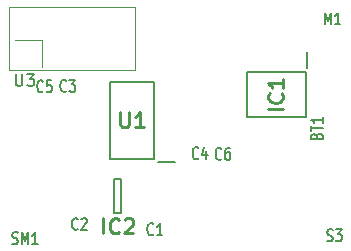
<source format=gbr>
%TF.GenerationSoftware,KiCad,Pcbnew,7.0.5*%
%TF.CreationDate,2024-01-14T18:06:27+01:00*%
%TF.ProjectId,rc_hotwheels,72635f68-6f74-4776-9865-656c732e6b69,rev?*%
%TF.SameCoordinates,Original*%
%TF.FileFunction,Legend,Top*%
%TF.FilePolarity,Positive*%
%FSLAX46Y46*%
G04 Gerber Fmt 4.6, Leading zero omitted, Abs format (unit mm)*
G04 Created by KiCad (PCBNEW 7.0.5) date 2024-01-14 18:06:27*
%MOMM*%
%LPD*%
G01*
G04 APERTURE LIST*
%ADD10C,0.160000*%
%ADD11C,0.150000*%
%ADD12C,0.254000*%
%ADD13C,0.120000*%
%ADD14C,0.200000*%
G04 APERTURE END LIST*
D10*
%TO.C,C6*%
X76600067Y-47064060D02*
X76561971Y-47111680D01*
X76561971Y-47111680D02*
X76447686Y-47159299D01*
X76447686Y-47159299D02*
X76371495Y-47159299D01*
X76371495Y-47159299D02*
X76257209Y-47111680D01*
X76257209Y-47111680D02*
X76181019Y-47016441D01*
X76181019Y-47016441D02*
X76142924Y-46921203D01*
X76142924Y-46921203D02*
X76104828Y-46730727D01*
X76104828Y-46730727D02*
X76104828Y-46587870D01*
X76104828Y-46587870D02*
X76142924Y-46397394D01*
X76142924Y-46397394D02*
X76181019Y-46302156D01*
X76181019Y-46302156D02*
X76257209Y-46206918D01*
X76257209Y-46206918D02*
X76371495Y-46159299D01*
X76371495Y-46159299D02*
X76447686Y-46159299D01*
X76447686Y-46159299D02*
X76561971Y-46206918D01*
X76561971Y-46206918D02*
X76600067Y-46254537D01*
X77285781Y-46159299D02*
X77133400Y-46159299D01*
X77133400Y-46159299D02*
X77057209Y-46206918D01*
X77057209Y-46206918D02*
X77019114Y-46254537D01*
X77019114Y-46254537D02*
X76942924Y-46397394D01*
X76942924Y-46397394D02*
X76904828Y-46587870D01*
X76904828Y-46587870D02*
X76904828Y-46968822D01*
X76904828Y-46968822D02*
X76942924Y-47064060D01*
X76942924Y-47064060D02*
X76981019Y-47111680D01*
X76981019Y-47111680D02*
X77057209Y-47159299D01*
X77057209Y-47159299D02*
X77209590Y-47159299D01*
X77209590Y-47159299D02*
X77285781Y-47111680D01*
X77285781Y-47111680D02*
X77323876Y-47064060D01*
X77323876Y-47064060D02*
X77361971Y-46968822D01*
X77361971Y-46968822D02*
X77361971Y-46730727D01*
X77361971Y-46730727D02*
X77323876Y-46635489D01*
X77323876Y-46635489D02*
X77285781Y-46587870D01*
X77285781Y-46587870D02*
X77209590Y-46540251D01*
X77209590Y-46540251D02*
X77057209Y-46540251D01*
X77057209Y-46540251D02*
X76981019Y-46587870D01*
X76981019Y-46587870D02*
X76942924Y-46635489D01*
X76942924Y-46635489D02*
X76904828Y-46730727D01*
%TO.C,C5*%
X61487067Y-41351860D02*
X61448971Y-41399480D01*
X61448971Y-41399480D02*
X61334686Y-41447099D01*
X61334686Y-41447099D02*
X61258495Y-41447099D01*
X61258495Y-41447099D02*
X61144209Y-41399480D01*
X61144209Y-41399480D02*
X61068019Y-41304241D01*
X61068019Y-41304241D02*
X61029924Y-41209003D01*
X61029924Y-41209003D02*
X60991828Y-41018527D01*
X60991828Y-41018527D02*
X60991828Y-40875670D01*
X60991828Y-40875670D02*
X61029924Y-40685194D01*
X61029924Y-40685194D02*
X61068019Y-40589956D01*
X61068019Y-40589956D02*
X61144209Y-40494718D01*
X61144209Y-40494718D02*
X61258495Y-40447099D01*
X61258495Y-40447099D02*
X61334686Y-40447099D01*
X61334686Y-40447099D02*
X61448971Y-40494718D01*
X61448971Y-40494718D02*
X61487067Y-40542337D01*
X62210876Y-40447099D02*
X61829924Y-40447099D01*
X61829924Y-40447099D02*
X61791828Y-40923289D01*
X61791828Y-40923289D02*
X61829924Y-40875670D01*
X61829924Y-40875670D02*
X61906114Y-40828051D01*
X61906114Y-40828051D02*
X62096590Y-40828051D01*
X62096590Y-40828051D02*
X62172781Y-40875670D01*
X62172781Y-40875670D02*
X62210876Y-40923289D01*
X62210876Y-40923289D02*
X62248971Y-41018527D01*
X62248971Y-41018527D02*
X62248971Y-41256622D01*
X62248971Y-41256622D02*
X62210876Y-41351860D01*
X62210876Y-41351860D02*
X62172781Y-41399480D01*
X62172781Y-41399480D02*
X62096590Y-41447099D01*
X62096590Y-41447099D02*
X61906114Y-41447099D01*
X61906114Y-41447099D02*
X61829924Y-41399480D01*
X61829924Y-41399480D02*
X61791828Y-41351860D01*
%TO.C,C1*%
X70834267Y-53445060D02*
X70796171Y-53492680D01*
X70796171Y-53492680D02*
X70681886Y-53540299D01*
X70681886Y-53540299D02*
X70605695Y-53540299D01*
X70605695Y-53540299D02*
X70491409Y-53492680D01*
X70491409Y-53492680D02*
X70415219Y-53397441D01*
X70415219Y-53397441D02*
X70377124Y-53302203D01*
X70377124Y-53302203D02*
X70339028Y-53111727D01*
X70339028Y-53111727D02*
X70339028Y-52968870D01*
X70339028Y-52968870D02*
X70377124Y-52778394D01*
X70377124Y-52778394D02*
X70415219Y-52683156D01*
X70415219Y-52683156D02*
X70491409Y-52587918D01*
X70491409Y-52587918D02*
X70605695Y-52540299D01*
X70605695Y-52540299D02*
X70681886Y-52540299D01*
X70681886Y-52540299D02*
X70796171Y-52587918D01*
X70796171Y-52587918D02*
X70834267Y-52635537D01*
X71596171Y-53540299D02*
X71139028Y-53540299D01*
X71367600Y-53540299D02*
X71367600Y-52540299D01*
X71367600Y-52540299D02*
X71291409Y-52683156D01*
X71291409Y-52683156D02*
X71215219Y-52778394D01*
X71215219Y-52778394D02*
X71139028Y-52826013D01*
%TO.C,SM1*%
X58907993Y-54254594D02*
X59022279Y-54302213D01*
X59022279Y-54302213D02*
X59212755Y-54302213D01*
X59212755Y-54302213D02*
X59288946Y-54254594D01*
X59288946Y-54254594D02*
X59327041Y-54206974D01*
X59327041Y-54206974D02*
X59365136Y-54111736D01*
X59365136Y-54111736D02*
X59365136Y-54016498D01*
X59365136Y-54016498D02*
X59327041Y-53921260D01*
X59327041Y-53921260D02*
X59288946Y-53873641D01*
X59288946Y-53873641D02*
X59212755Y-53826022D01*
X59212755Y-53826022D02*
X59060374Y-53778403D01*
X59060374Y-53778403D02*
X58984184Y-53730784D01*
X58984184Y-53730784D02*
X58946089Y-53683165D01*
X58946089Y-53683165D02*
X58907993Y-53587927D01*
X58907993Y-53587927D02*
X58907993Y-53492689D01*
X58907993Y-53492689D02*
X58946089Y-53397451D01*
X58946089Y-53397451D02*
X58984184Y-53349832D01*
X58984184Y-53349832D02*
X59060374Y-53302213D01*
X59060374Y-53302213D02*
X59250851Y-53302213D01*
X59250851Y-53302213D02*
X59365136Y-53349832D01*
X59707994Y-54302213D02*
X59707994Y-53302213D01*
X59707994Y-53302213D02*
X59974660Y-54016498D01*
X59974660Y-54016498D02*
X60241327Y-53302213D01*
X60241327Y-53302213D02*
X60241327Y-54302213D01*
X61041327Y-54302213D02*
X60584184Y-54302213D01*
X60812756Y-54302213D02*
X60812756Y-53302213D01*
X60812756Y-53302213D02*
X60736565Y-53445070D01*
X60736565Y-53445070D02*
X60660375Y-53540308D01*
X60660375Y-53540308D02*
X60584184Y-53587927D01*
%TO.C,C2*%
X64433467Y-53013260D02*
X64395371Y-53060880D01*
X64395371Y-53060880D02*
X64281086Y-53108499D01*
X64281086Y-53108499D02*
X64204895Y-53108499D01*
X64204895Y-53108499D02*
X64090609Y-53060880D01*
X64090609Y-53060880D02*
X64014419Y-52965641D01*
X64014419Y-52965641D02*
X63976324Y-52870403D01*
X63976324Y-52870403D02*
X63938228Y-52679927D01*
X63938228Y-52679927D02*
X63938228Y-52537070D01*
X63938228Y-52537070D02*
X63976324Y-52346594D01*
X63976324Y-52346594D02*
X64014419Y-52251356D01*
X64014419Y-52251356D02*
X64090609Y-52156118D01*
X64090609Y-52156118D02*
X64204895Y-52108499D01*
X64204895Y-52108499D02*
X64281086Y-52108499D01*
X64281086Y-52108499D02*
X64395371Y-52156118D01*
X64395371Y-52156118D02*
X64433467Y-52203737D01*
X64738228Y-52203737D02*
X64776324Y-52156118D01*
X64776324Y-52156118D02*
X64852514Y-52108499D01*
X64852514Y-52108499D02*
X65042990Y-52108499D01*
X65042990Y-52108499D02*
X65119181Y-52156118D01*
X65119181Y-52156118D02*
X65157276Y-52203737D01*
X65157276Y-52203737D02*
X65195371Y-52298975D01*
X65195371Y-52298975D02*
X65195371Y-52394213D01*
X65195371Y-52394213D02*
X65157276Y-52537070D01*
X65157276Y-52537070D02*
X64700133Y-53108499D01*
X64700133Y-53108499D02*
X65195371Y-53108499D01*
%TO.C,M1*%
X85342381Y-35704299D02*
X85342381Y-34704299D01*
X85342381Y-34704299D02*
X85609047Y-35418584D01*
X85609047Y-35418584D02*
X85875714Y-34704299D01*
X85875714Y-34704299D02*
X85875714Y-35704299D01*
X86675714Y-35704299D02*
X86218571Y-35704299D01*
X86447143Y-35704299D02*
X86447143Y-34704299D01*
X86447143Y-34704299D02*
X86370952Y-34847156D01*
X86370952Y-34847156D02*
X86294762Y-34942394D01*
X86294762Y-34942394D02*
X86218571Y-34990013D01*
%TO.C,BT1*%
X84658094Y-45142073D02*
X84705713Y-45027787D01*
X84705713Y-45027787D02*
X84753332Y-44989692D01*
X84753332Y-44989692D02*
X84848570Y-44951596D01*
X84848570Y-44951596D02*
X84991427Y-44951596D01*
X84991427Y-44951596D02*
X85086665Y-44989692D01*
X85086665Y-44989692D02*
X85134285Y-45027787D01*
X85134285Y-45027787D02*
X85181904Y-45103977D01*
X85181904Y-45103977D02*
X85181904Y-45408739D01*
X85181904Y-45408739D02*
X84181904Y-45408739D01*
X84181904Y-45408739D02*
X84181904Y-45142073D01*
X84181904Y-45142073D02*
X84229523Y-45065882D01*
X84229523Y-45065882D02*
X84277142Y-45027787D01*
X84277142Y-45027787D02*
X84372380Y-44989692D01*
X84372380Y-44989692D02*
X84467618Y-44989692D01*
X84467618Y-44989692D02*
X84562856Y-45027787D01*
X84562856Y-45027787D02*
X84610475Y-45065882D01*
X84610475Y-45065882D02*
X84658094Y-45142073D01*
X84658094Y-45142073D02*
X84658094Y-45408739D01*
X84181904Y-44723025D02*
X84181904Y-44265882D01*
X85181904Y-44494454D02*
X84181904Y-44494454D01*
X85181904Y-43580168D02*
X85181904Y-44037311D01*
X85181904Y-43808739D02*
X84181904Y-43808739D01*
X84181904Y-43808739D02*
X84324761Y-43884930D01*
X84324761Y-43884930D02*
X84419999Y-43961120D01*
X84419999Y-43961120D02*
X84467618Y-44037311D01*
D11*
%TO.C,U3*%
X59176996Y-39917510D02*
X59176996Y-40727033D01*
X59176996Y-40727033D02*
X59224615Y-40822271D01*
X59224615Y-40822271D02*
X59272234Y-40869891D01*
X59272234Y-40869891D02*
X59367472Y-40917510D01*
X59367472Y-40917510D02*
X59557948Y-40917510D01*
X59557948Y-40917510D02*
X59653186Y-40869891D01*
X59653186Y-40869891D02*
X59700805Y-40822271D01*
X59700805Y-40822271D02*
X59748424Y-40727033D01*
X59748424Y-40727033D02*
X59748424Y-39917510D01*
X60129377Y-39917510D02*
X60748424Y-39917510D01*
X60748424Y-39917510D02*
X60415091Y-40298462D01*
X60415091Y-40298462D02*
X60557948Y-40298462D01*
X60557948Y-40298462D02*
X60653186Y-40346081D01*
X60653186Y-40346081D02*
X60700805Y-40393700D01*
X60700805Y-40393700D02*
X60748424Y-40488938D01*
X60748424Y-40488938D02*
X60748424Y-40727033D01*
X60748424Y-40727033D02*
X60700805Y-40822271D01*
X60700805Y-40822271D02*
X60653186Y-40869891D01*
X60653186Y-40869891D02*
X60557948Y-40917510D01*
X60557948Y-40917510D02*
X60272234Y-40917510D01*
X60272234Y-40917510D02*
X60176996Y-40869891D01*
X60176996Y-40869891D02*
X60129377Y-40822271D01*
D10*
%TO.C,S3*%
X85555127Y-54016333D02*
X85669413Y-54063952D01*
X85669413Y-54063952D02*
X85859889Y-54063952D01*
X85859889Y-54063952D02*
X85936080Y-54016333D01*
X85936080Y-54016333D02*
X85974175Y-53968713D01*
X85974175Y-53968713D02*
X86012270Y-53873475D01*
X86012270Y-53873475D02*
X86012270Y-53778237D01*
X86012270Y-53778237D02*
X85974175Y-53682999D01*
X85974175Y-53682999D02*
X85936080Y-53635380D01*
X85936080Y-53635380D02*
X85859889Y-53587761D01*
X85859889Y-53587761D02*
X85707508Y-53540142D01*
X85707508Y-53540142D02*
X85631318Y-53492523D01*
X85631318Y-53492523D02*
X85593223Y-53444904D01*
X85593223Y-53444904D02*
X85555127Y-53349666D01*
X85555127Y-53349666D02*
X85555127Y-53254428D01*
X85555127Y-53254428D02*
X85593223Y-53159190D01*
X85593223Y-53159190D02*
X85631318Y-53111571D01*
X85631318Y-53111571D02*
X85707508Y-53063952D01*
X85707508Y-53063952D02*
X85897985Y-53063952D01*
X85897985Y-53063952D02*
X86012270Y-53111571D01*
X86278937Y-53063952D02*
X86774175Y-53063952D01*
X86774175Y-53063952D02*
X86507509Y-53444904D01*
X86507509Y-53444904D02*
X86621794Y-53444904D01*
X86621794Y-53444904D02*
X86697985Y-53492523D01*
X86697985Y-53492523D02*
X86736080Y-53540142D01*
X86736080Y-53540142D02*
X86774175Y-53635380D01*
X86774175Y-53635380D02*
X86774175Y-53873475D01*
X86774175Y-53873475D02*
X86736080Y-53968713D01*
X86736080Y-53968713D02*
X86697985Y-54016333D01*
X86697985Y-54016333D02*
X86621794Y-54063952D01*
X86621794Y-54063952D02*
X86393223Y-54063952D01*
X86393223Y-54063952D02*
X86317032Y-54016333D01*
X86317032Y-54016333D02*
X86278937Y-53968713D01*
D12*
%TO.C,IC1*%
X81828918Y-42873962D02*
X80558918Y-42873962D01*
X81707965Y-41543485D02*
X81768442Y-41603961D01*
X81768442Y-41603961D02*
X81828918Y-41785390D01*
X81828918Y-41785390D02*
X81828918Y-41906342D01*
X81828918Y-41906342D02*
X81768442Y-42087771D01*
X81768442Y-42087771D02*
X81647489Y-42208723D01*
X81647489Y-42208723D02*
X81526537Y-42269200D01*
X81526537Y-42269200D02*
X81284632Y-42329676D01*
X81284632Y-42329676D02*
X81103203Y-42329676D01*
X81103203Y-42329676D02*
X80861299Y-42269200D01*
X80861299Y-42269200D02*
X80740346Y-42208723D01*
X80740346Y-42208723D02*
X80619394Y-42087771D01*
X80619394Y-42087771D02*
X80558918Y-41906342D01*
X80558918Y-41906342D02*
X80558918Y-41785390D01*
X80558918Y-41785390D02*
X80619394Y-41603961D01*
X80619394Y-41603961D02*
X80679870Y-41543485D01*
X81828918Y-40333961D02*
X81828918Y-41059676D01*
X81828918Y-40696819D02*
X80558918Y-40696819D01*
X80558918Y-40696819D02*
X80740346Y-40817771D01*
X80740346Y-40817771D02*
X80861299Y-40938723D01*
X80861299Y-40938723D02*
X80921775Y-41059676D01*
D10*
%TO.C,C3*%
X63468267Y-41303860D02*
X63430171Y-41351480D01*
X63430171Y-41351480D02*
X63315886Y-41399099D01*
X63315886Y-41399099D02*
X63239695Y-41399099D01*
X63239695Y-41399099D02*
X63125409Y-41351480D01*
X63125409Y-41351480D02*
X63049219Y-41256241D01*
X63049219Y-41256241D02*
X63011124Y-41161003D01*
X63011124Y-41161003D02*
X62973028Y-40970527D01*
X62973028Y-40970527D02*
X62973028Y-40827670D01*
X62973028Y-40827670D02*
X63011124Y-40637194D01*
X63011124Y-40637194D02*
X63049219Y-40541956D01*
X63049219Y-40541956D02*
X63125409Y-40446718D01*
X63125409Y-40446718D02*
X63239695Y-40399099D01*
X63239695Y-40399099D02*
X63315886Y-40399099D01*
X63315886Y-40399099D02*
X63430171Y-40446718D01*
X63430171Y-40446718D02*
X63468267Y-40494337D01*
X63734933Y-40399099D02*
X64230171Y-40399099D01*
X64230171Y-40399099D02*
X63963505Y-40780051D01*
X63963505Y-40780051D02*
X64077790Y-40780051D01*
X64077790Y-40780051D02*
X64153981Y-40827670D01*
X64153981Y-40827670D02*
X64192076Y-40875289D01*
X64192076Y-40875289D02*
X64230171Y-40970527D01*
X64230171Y-40970527D02*
X64230171Y-41208622D01*
X64230171Y-41208622D02*
X64192076Y-41303860D01*
X64192076Y-41303860D02*
X64153981Y-41351480D01*
X64153981Y-41351480D02*
X64077790Y-41399099D01*
X64077790Y-41399099D02*
X63849219Y-41399099D01*
X63849219Y-41399099D02*
X63773028Y-41351480D01*
X63773028Y-41351480D02*
X63734933Y-41303860D01*
D12*
%TO.C,U1*%
X68051973Y-43149590D02*
X68051973Y-44177685D01*
X68051973Y-44177685D02*
X68112450Y-44298637D01*
X68112450Y-44298637D02*
X68172926Y-44359114D01*
X68172926Y-44359114D02*
X68293878Y-44419590D01*
X68293878Y-44419590D02*
X68535783Y-44419590D01*
X68535783Y-44419590D02*
X68656735Y-44359114D01*
X68656735Y-44359114D02*
X68717212Y-44298637D01*
X68717212Y-44298637D02*
X68777688Y-44177685D01*
X68777688Y-44177685D02*
X68777688Y-43149590D01*
X70047688Y-44419590D02*
X69321973Y-44419590D01*
X69684830Y-44419590D02*
X69684830Y-43149590D01*
X69684830Y-43149590D02*
X69563878Y-43331018D01*
X69563878Y-43331018D02*
X69442926Y-43451971D01*
X69442926Y-43451971D02*
X69321973Y-43512447D01*
D10*
%TO.C,C4*%
X74647067Y-47016060D02*
X74608971Y-47063680D01*
X74608971Y-47063680D02*
X74494686Y-47111299D01*
X74494686Y-47111299D02*
X74418495Y-47111299D01*
X74418495Y-47111299D02*
X74304209Y-47063680D01*
X74304209Y-47063680D02*
X74228019Y-46968441D01*
X74228019Y-46968441D02*
X74189924Y-46873203D01*
X74189924Y-46873203D02*
X74151828Y-46682727D01*
X74151828Y-46682727D02*
X74151828Y-46539870D01*
X74151828Y-46539870D02*
X74189924Y-46349394D01*
X74189924Y-46349394D02*
X74228019Y-46254156D01*
X74228019Y-46254156D02*
X74304209Y-46158918D01*
X74304209Y-46158918D02*
X74418495Y-46111299D01*
X74418495Y-46111299D02*
X74494686Y-46111299D01*
X74494686Y-46111299D02*
X74608971Y-46158918D01*
X74608971Y-46158918D02*
X74647067Y-46206537D01*
X75332781Y-46444632D02*
X75332781Y-47111299D01*
X75142305Y-46063680D02*
X74951828Y-46777965D01*
X74951828Y-46777965D02*
X75447067Y-46777965D01*
D12*
%TO.C,IC2*%
X66598237Y-53406318D02*
X66598237Y-52136318D01*
X67928714Y-53285365D02*
X67868238Y-53345842D01*
X67868238Y-53345842D02*
X67686809Y-53406318D01*
X67686809Y-53406318D02*
X67565857Y-53406318D01*
X67565857Y-53406318D02*
X67384428Y-53345842D01*
X67384428Y-53345842D02*
X67263476Y-53224889D01*
X67263476Y-53224889D02*
X67202999Y-53103937D01*
X67202999Y-53103937D02*
X67142523Y-52862032D01*
X67142523Y-52862032D02*
X67142523Y-52680603D01*
X67142523Y-52680603D02*
X67202999Y-52438699D01*
X67202999Y-52438699D02*
X67263476Y-52317746D01*
X67263476Y-52317746D02*
X67384428Y-52196794D01*
X67384428Y-52196794D02*
X67565857Y-52136318D01*
X67565857Y-52136318D02*
X67686809Y-52136318D01*
X67686809Y-52136318D02*
X67868238Y-52196794D01*
X67868238Y-52196794D02*
X67928714Y-52257270D01*
X68412523Y-52257270D02*
X68472999Y-52196794D01*
X68472999Y-52196794D02*
X68593952Y-52136318D01*
X68593952Y-52136318D02*
X68896333Y-52136318D01*
X68896333Y-52136318D02*
X69017285Y-52196794D01*
X69017285Y-52196794D02*
X69077761Y-52257270D01*
X69077761Y-52257270D02*
X69138238Y-52378222D01*
X69138238Y-52378222D02*
X69138238Y-52499175D01*
X69138238Y-52499175D02*
X69077761Y-52680603D01*
X69077761Y-52680603D02*
X68352047Y-53406318D01*
X68352047Y-53406318D02*
X69138238Y-53406318D01*
D13*
%TO.C,U3*%
X58619920Y-39557797D02*
X58619920Y-39557797D01*
X58619920Y-39557797D02*
X58619920Y-34223797D01*
X69287920Y-39557797D02*
X58619920Y-39557797D01*
X69287920Y-39557797D02*
X69287920Y-39557797D01*
X61413920Y-39303797D02*
X61413920Y-39303797D01*
X59127920Y-37017797D02*
X61413920Y-37017797D01*
X61413920Y-37017797D02*
X61413920Y-39303797D01*
X58619920Y-34223797D02*
X69287920Y-34223797D01*
X69287920Y-34223797D02*
X69287920Y-39557797D01*
D14*
%TO.C,IC1*%
X83859600Y-38009200D02*
X83859600Y-39359200D01*
X83754600Y-39709200D02*
X83754600Y-43559200D01*
X78754600Y-39709200D02*
X83754600Y-39709200D01*
X83754600Y-43559200D02*
X78754600Y-43559200D01*
X78754600Y-43559200D02*
X78754600Y-39709200D01*
%TO.C,U1*%
X72694593Y-47345272D02*
X71219593Y-47345272D01*
X70869593Y-47095272D02*
X67169593Y-47095272D01*
X70869593Y-40595272D02*
X70869593Y-47095272D01*
X67169593Y-47095272D02*
X67169593Y-40595272D01*
X67169593Y-40595272D02*
X70869593Y-40595272D01*
%TO.C,IC2*%
X68138000Y-51676000D02*
X67538000Y-51676000D01*
X68138000Y-48776000D02*
X68138000Y-51676000D01*
X67538000Y-51676000D02*
X67538000Y-48776000D01*
X67538000Y-48776000D02*
X68138000Y-48776000D01*
%TD*%
M02*

</source>
